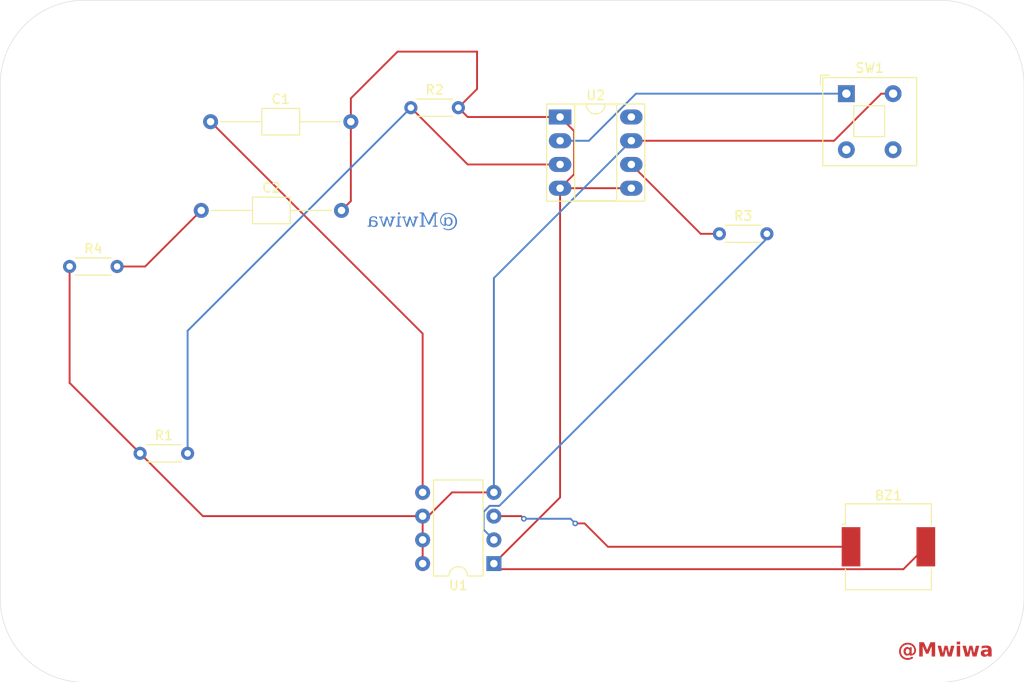
<source format=kicad_pcb>
(kicad_pcb (version 20240108) (generator "pcbnew") (generator_version "8.0")
  (layers (0 "F.Cu" signal) (31 "B.Cu" signal) (34 "B.Paste" user) (35 "F.Paste" user) (36 "B.SilkS" user "B.Silkscreen") (37 "F.SilkS" user "F.Silkscreen") (38 "B.Mask" user) (39 "F.Mask" user) (44 "Edge.Cuts" user))
  (net 0 "")
  (net 1 "Net-(BZ1-+)")
  (net 2 "GND")
  (net 3 "Net-(U1-CV)")
  (net 4 "Net-(C2-Pad1)")
  (net 5 "VCC")
  (net 6 "Net-(U2-+)")
  (net 7 "Net-(U1-TR)")
  (net 8 "Net-(R3-Pad1)")
  (net 9 "Net-(SW1A-A)")
  (footprint "Package_DIP:DIP-8_W7.62mm" (layer "F.Cu") (at 164.8 116.3 180)
    (property "Reference" "U1" (at 3.81 -2.33 360) (layer "F.SilkS"))
    (property "Value" "ICM7555xP")
    (fp_line (start 6.46 8.95) (end 6.46 -1.33) (stroke (width 0.12)) (layer "F.SilkS"))
    (fp_line (start 6.46 -1.33) (end 4.81 -1.33) (stroke (width 0.12)) (layer "F.SilkS"))
    (fp_line (start 2.81 -1.33) (end 1.16 -1.33) (stroke (width 0.12)) (layer "F.SilkS"))
    (fp_line (start 1.16 8.95) (end 6.46 8.95) (stroke (width 0.12)) (layer "F.SilkS"))
    (fp_line (start 1.16 -1.33) (end 1.16 8.95) (stroke (width 0.12)) (layer "F.SilkS"))
    (fp_arc (start 4.81 -1.33) (mid 3.81 -0.33) (end 2.81 -1.33) (stroke (width 0.12)) (layer "F.SilkS"))
    (pad "1" thru_hole rect (at 0 0 180) (size 1.6 1.6) (drill 0.8) (layers "*.Cu" "*.Mask") (net 2 "GND"))
    (pad "2" thru_hole oval (at 0 2.54 180) (size 1.6 1.6) (drill 0.8) (layers "*.Cu" "*.Mask") (net 7 "Net-(U1-TR)"))
    (pad "3" thru_hole oval (at 0 5.08 180) (size 1.6 1.6) (drill 0.8) (layers "*.Cu" "*.Mask") (net 1 "Net-(BZ1-+)"))
    (pad "4" thru_hole oval (at 0 7.62 180) (size 1.6 1.6) (drill 0.8) (layers "*.Cu" "*.Mask") (net 5 "VCC"))
    (pad "5" thru_hole oval (at 7.62 7.62 180) (size 1.6 1.6) (drill 0.8) (layers "*.Cu" "*.Mask") (net 3 "Net-(U1-CV)"))
    (pad "6" thru_hole oval (at 7.62 5.08 180) (size 1.6 1.6) (drill 0.8) (layers "*.Cu" "*.Mask") (net 5 "VCC"))
    (pad "7" thru_hole oval (at 7.62 2.54 180) (size 1.6 1.6) (drill 0.8) (layers "*.Cu" "*.Mask") (net 5 "VCC"))
    (pad "8" thru_hole oval (at 7.62 0 180) (size 1.6 1.6) (drill 0.8) (layers "*.Cu" "*.Mask") (net 5 "VCC"))
  )
  (footprint "Buzzer_Beeper:Buzzer_CUI_CPT-9019S-SMT" (layer "F.Cu") (at 207 114.5)
    (property "Reference" "BZ1" (at 0 -5.5 0) (layer "F.SilkS"))
    (property "Value" "Buzzer")
    (fp_line (start -4.6 -4.6) (end -4.6 -2.4) (stroke (width 0.12)) (layer "F.SilkS"))
    (fp_line (start -4.6 -4.6) (end 4.6 -4.6) (stroke (width 0.12)) (layer "F.SilkS"))
    (fp_line (start -4.6 -2.4) (end -5 -2.4) (stroke (width 0.12)) (layer "F.SilkS"))
    (fp_line (start -4.6 2.4) (end -4.6 4.6) (stroke (width 0.12)) (layer "F.SilkS"))
    (fp_line (start 4.6 -4.6) (end 4.6 -2.4) (stroke (width 0.12)) (layer "F.SilkS"))
    (fp_line (start 4.6 2.4) (end 4.6 4.6) (stroke (width 0.12)) (layer "F.SilkS"))
    (fp_line (start 4.6 4.6) (end -4.6 4.6) (stroke (width 0.12)) (layer "F.SilkS"))
    (pad "1" smd rect (at -4 0) (size 2 4.2) (layers "F.Cu" "F.Paste" "F.Mask") (net 1 "Net-(BZ1-+)"))
    (pad "2" smd rect (at 4 0) (size 2 4.2) (layers "F.Cu" "F.Paste" "F.Mask") (net 2 "GND"))
  )
  (footprint "Resistor_THT:R_Axial_DIN0204_L3.6mm_D1.6mm_P5.08mm_Horizontal" (layer "F.Cu") (at 155.92 67.5)
    (property "Reference" "R2" (at 2.54 -1.92 0) (layer "F.SilkS"))
    (property "Value" "R_US")
    (fp_line (start 0.62 -0.92) (end 4.46 -0.92) (stroke (width 0.12)) (layer "F.SilkS"))
    (fp_line (start 0.62 0.92) (end 4.46 0.92) (stroke (width 0.12)) (layer "F.SilkS"))
    (pad "1" thru_hole circle (at 0 0) (size 1.4 1.4) (drill 0.7) (layers "*.Cu" "*.Mask") (net 6 "Net-(U2-+)"))
    (pad "2" thru_hole oval (at 5.08 0) (size 1.4 1.4) (drill 0.7) (layers "*.Cu" "*.Mask") (net 2 "GND"))
  )
  (footprint "Resistor_THT:R_Axial_DIN0204_L3.6mm_D1.6mm_P5.08mm_Horizontal" (layer "F.Cu") (at 119.42 84.5)
    (property "Reference" "R4" (at 2.54 -1.92 0) (layer "F.SilkS"))
    (property "Value" "R_US")
    (fp_line (start 0.62 -0.92) (end 4.46 -0.92) (stroke (width 0.12)) (layer "F.SilkS"))
    (fp_line (start 0.62 0.92) (end 4.46 0.92) (stroke (width 0.12)) (layer "F.SilkS"))
    (pad "1" thru_hole circle (at 0 0) (size 1.4 1.4) (drill 0.7) (layers "*.Cu" "*.Mask") (net 5 "VCC"))
    (pad "2" thru_hole oval (at 5.08 0) (size 1.4 1.4) (drill 0.7) (layers "*.Cu" "*.Mask") (net 4 "Net-(C2-Pad1)"))
  )
  (footprint "Package_DIP:DIP-8_W7.62mm_Socket_LongPads" (layer "F.Cu") (at 171.88 68.5)
    (property "Reference" "U2" (at 3.81 -2.33 360) (layer "F.SilkS"))
    (property "Value" "LM741")
    (fp_line (start -1.44 -1.39) (end -1.44 9.01) (stroke (width 0.12)) (layer "F.SilkS"))
    (fp_line (start -1.44 9.01) (end 9.06 9.01) (stroke (width 0.12)) (layer "F.SilkS"))
    (fp_line (start 1.56 -1.33) (end 1.56 8.95) (stroke (width 0.12)) (layer "F.SilkS"))
    (fp_line (start 1.56 8.95) (end 6.06 8.95) (stroke (width 0.12)) (layer "F.SilkS"))
    (fp_line (start 2.81 -1.33) (end 1.56 -1.33) (stroke (width 0.12)) (layer "F.SilkS"))
    (fp_line (start 6.06 -1.33) (end 4.81 -1.33) (stroke (width 0.12)) (layer "F.SilkS"))
    (fp_line (start 6.06 8.95) (end 6.06 -1.33) (stroke (width 0.12)) (layer "F.SilkS"))
    (fp_line (start 9.06 -1.39) (end -1.44 -1.39) (stroke (width 0.12)) (layer "F.SilkS"))
    (fp_line (start 9.06 9.01) (end 9.06 -1.39) (stroke (width 0.12)) (layer "F.SilkS"))
    (fp_arc (start 4.81 -1.33) (mid 3.81 -0.33) (end 2.81 -1.33) (stroke (width 0.12)) (layer "F.SilkS"))
    (pad "1" thru_hole rect (at 0 0) (size 2.4 1.6) (drill 0.8) (layers "*.Cu" "*.Mask") (net 2 "GND"))
    (pad "2" thru_hole oval (at 0 2.54) (size 2.4 1.6) (drill 0.8) (layers "*.Cu" "*.Mask") (net 9 "Net-(SW1A-A)"))
    (pad "3" thru_hole oval (at 0 5.08) (size 2.4 1.6) (drill 0.8) (layers "*.Cu" "*.Mask") (net 6 "Net-(U2-+)"))
    (pad "4" thru_hole oval (at 0 7.62) (size 2.4 1.6) (drill 0.8) (layers "*.Cu" "*.Mask") (net 2 "GND"))
    (pad "5" thru_hole oval (at 7.62 7.62) (size 2.4 1.6) (drill 0.8) (layers "*.Cu" "*.Mask") (net 2 "GND"))
    (pad "6" thru_hole oval (at 7.62 5.08) (size 2.4 1.6) (drill 0.8) (layers "*.Cu" "*.Mask") (net 8 "Net-(R3-Pad1)"))
    (pad "7" thru_hole oval (at 7.62 2.54) (size 2.4 1.6) (drill 0.8) (layers "*.Cu" "*.Mask") (net 5 "VCC"))
    (pad "8" thru_hole oval (at 7.62 0) (size 2.4 1.6) (drill 0.8) (layers "*.Cu" "*.Mask"))
  )
  (footprint "Capacitor_THT:C_Axial_L3.8mm_D2.6mm_P15.00mm_Horizontal" (layer "F.Cu") (at 134.5 69)
    (property "Reference" "C1" (at 7.5 -2.42 0) (layer "F.SilkS"))
    (property "Value" "C")
    (fp_line (start 1.04 0) (end 5.48 0) (stroke (width 0.12)) (layer "F.SilkS"))
    (fp_line (start 5.48 -1.42) (end 5.48 1.42) (stroke (width 0.12)) (layer "F.SilkS"))
    (fp_line (start 5.48 1.42) (end 9.52 1.42) (stroke (width 0.12)) (layer "F.SilkS"))
    (fp_line (start 9.52 -1.42) (end 5.48 -1.42) (stroke (width 0.12)) (layer "F.SilkS"))
    (fp_line (start 9.52 1.42) (end 9.52 -1.42) (stroke (width 0.12)) (layer "F.SilkS"))
    (fp_line (start 13.96 0) (end 9.52 0) (stroke (width 0.12)) (layer "F.SilkS"))
    (pad "1" thru_hole circle (at 0 0) (size 1.6 1.6) (drill 0.8) (layers "*.Cu" "*.Mask") (net 3 "Net-(U1-CV)"))
    (pad "2" thru_hole oval (at 15 0) (size 1.6 1.6) (drill 0.8) (layers "*.Cu" "*.Mask") (net 2 "GND"))
  )
  (footprint "Resistor_THT:R_Axial_DIN0204_L3.6mm_D1.6mm_P5.08mm_Horizontal" (layer "F.Cu") (at 188.92 81)
    (property "Reference" "R3" (at 2.54 -1.92 0) (layer "F.SilkS"))
    (property "Value" "R_US")
    (fp_line (start 0.62 -0.92) (end 4.46 -0.92) (stroke (width 0.12)) (layer "F.SilkS"))
    (fp_line (start 0.62 0.92) (end 4.46 0.92) (stroke (width 0.12)) (layer "F.SilkS"))
    (pad "1" thru_hole circle (at 0 0) (size 1.4 1.4) (drill 0.7) (layers "*.Cu" "*.Mask") (net 8 "Net-(R3-Pad1)"))
    (pad "2" thru_hole oval (at 5.08 0) (size 1.4 1.4) (drill 0.7) (layers "*.Cu" "*.Mask") (net 7 "Net-(U1-TR)"))
  )
  (footprint "Button_Switch_THT:SW_Push_2P1T_Toggle_CK_PVA1xxH1xxxxxxV2" (layer "F.Cu") (at 202.5 66)
    (property "Reference" "SW1" (at 2.5 -2.75 0) (layer "F.SilkS"))
    (property "Value" "SW_DPST_x2")
    (fp_line (start -2.77 -0.97) (end -2.77 -1.97) (stroke (width 0.12)) (layer "F.SilkS"))
    (fp_line (start -2.52 7.72) (end -2.52 -1.72) (stroke (width 0.12)) (layer "F.SilkS"))
    (fp_line (start -1.77 -1.97) (end -2.77 -1.97) (stroke (width 0.12)) (layer "F.SilkS"))
    (fp_line (start 0.8 1.3) (end 0.8 4.6) (stroke (width 0.12)) (layer "F.SilkS"))
    (fp_line (start 4.1 1.3) (end 0.8 1.3) (stroke (width 0.12)) (layer "F.SilkS"))
    (fp_line (start 4.1 1.3) (end 4.1 4.6) (stroke (width 0.12)) (layer "F.SilkS"))
    (fp_line (start 4.1 4.6) (end 0.8 4.6) (stroke (width 0.12)) (layer "F.SilkS"))
    (fp_line (start 7.52 -1.72) (end -2.52 -1.72) (stroke (width 0.12)) (layer "F.SilkS"))
    (fp_line (start 7.52 7.72) (end -2.52 7.72) (stroke (width 0.12)) (layer "F.SilkS"))
    (fp_line (start 7.52 7.72) (end 7.52 -1.72) (stroke (width 0.12)) (layer "F.SilkS"))
    (pad "1" thru_hole rect (at 0 0) (size 1.8 1.8) (drill 0.9) (layers "*.Cu" "*.Mask") (net 9 "Net-(SW1A-A)"))
    (pad "2" thru_hole circle (at 5 0) (size 1.8 1.8) (drill 0.9) (layers "*.Cu" "*.Mask") (net 5 "VCC"))
    (pad "3" thru_hole circle (at 0 6) (size 1.8 1.8) (drill 0.9) (layers "*.Cu" "*.Mask"))
    (pad "4" thru_hole circle (at 5 6) (size 1.8 1.8) (drill 0.9) (layers "*.Cu" "*.Mask"))
  )
  (footprint "Capacitor_THT:C_Axial_L3.8mm_D2.6mm_P15.00mm_Horizontal" (layer "F.Cu") (at 133.5 78.5)
    (property "Reference" "C2" (at 7.5 -2.42 0) (layer "F.SilkS"))
    (property "Value" "C")
    (fp_line (start 1.04 0) (end 5.48 0) (stroke (width 0.12)) (layer "F.SilkS"))
    (fp_line (start 5.48 -1.42) (end 5.48 1.42) (stroke (width 0.12)) (layer "F.SilkS"))
    (fp_line (start 5.48 1.42) (end 9.52 1.42) (stroke (width 0.12)) (layer "F.SilkS"))
    (fp_line (start 9.52 -1.42) (end 5.48 -1.42) (stroke (width 0.12)) (layer "F.SilkS"))
    (fp_line (start 9.52 1.42) (end 9.52 -1.42) (stroke (width 0.12)) (layer "F.SilkS"))
    (fp_line (start 13.96 0) (end 9.52 0) (stroke (width 0.12)) (layer "F.SilkS"))
    (pad "1" thru_hole circle (at 0 0) (size 1.6 1.6) (drill 0.8) (layers "*.Cu" "*.Mask") (net 4 "Net-(C2-Pad1)"))
    (pad "2" thru_hole oval (at 15 0) (size 1.6 1.6) (drill 0.8) (layers "*.Cu" "*.Mask") (net 2 "GND"))
  )
  (footprint "Resistor_THT:R_Axial_DIN0204_L3.6mm_D1.6mm_P5.08mm_Horizontal" (layer "F.Cu") (at 126.96 104.5)
    (property "Reference" "R1" (at 2.54 -1.92 0) (layer "F.SilkS"))
    (property "Value" "R_US")
    (fp_line (start 0.62 -0.92) (end 4.46 -0.92) (stroke (width 0.12)) (layer "F.SilkS"))
    (fp_line (start 0.62 0.92) (end 4.46 0.92) (stroke (width 0.12)) (layer "F.SilkS"))
    (pad "1" thru_hole circle (at 0 0) (size 1.4 1.4) (drill 0.7) (layers "*.Cu" "*.Mask") (net 5 "VCC"))
    (pad "2" thru_hole oval (at 5.08 0) (size 1.4 1.4) (drill 0.7) (layers "*.Cu" "*.Mask") (net 6 "Net-(U2-+)"))
  )
  (gr_line (start 121 56) (end 212.5 56) (stroke (width 0.05)) (layer "Edge.Cuts"))
  (gr_line (start 221.5 65) (end 221.5 120) (stroke (width 0.05)) (layer "Edge.Cuts"))
  (gr_arc (start 212.5 56) (mid 218.863961 58.636039) (end 221.5 65) (stroke (width 0.05)) (layer "Edge.Cuts"))
  (gr_arc (start 112 65) (mid 114.636039 58.636039) (end 121 56) (stroke (width 0.05)) (layer "Edge.Cuts"))
  (gr_arc (start 221.5 120) (mid 218.863961 126.363961) (end 212.5 129) (stroke (width 0.05)) (layer "Edge.Cuts"))
  (gr_line (start 112 120) (end 112 65) (stroke (width 0.05)) (layer "Edge.Cuts"))
  (gr_line (start 212.5 129) (end 121 129) (stroke (width 0.05)) (layer "Edge.Cuts"))
  (gr_arc (start 121 129) (mid 114.636039 126.363961) (end 112 120) (stroke (width 0.05)) (layer "Edge.Cuts"))
  (gr_text "@Mwiwa" (at 208 126.5 0) (layer "F.Cu") (effects (font (size 1.5 1.5) (thickness 0.3) (bold yes)) (justify left bottom)))
  (gr_text "@Mwiwa" (at 161 80.5 0) (layer "B.Cu") (effects (font (size 1.5 1.5) (thickness 0.1875) (italic yes)) (justify left bottom mirror)))
  (segment (start 167.72 111.22) (end 168 111.5) (width 0.2) (layer "F.Cu") (net 1))
  (segment (start 174.5 112) (end 177 114.5) (width 0.2) (layer "F.Cu") (net 1))
  (segment (start 173.5 112) (end 174.5 112) (width 0.2) (layer "F.Cu") (net 1))
  (segment (start 164.8 111.22) (end 167.72 111.22) (width 0.2) (layer "F.Cu") (net 1))
  (segment (start 177 114.5) (end 203 114.5) (width 0.2) (layer "F.Cu") (net 1))
  (via (at 168 111.5) (size 0.6) (drill 0.3) (layers "F.Cu" "B.Cu") (net 1))
  (via (at 173.5 112) (size 0.6) (drill 0.3) (layers "F.Cu" "B.Cu") (net 1))
  (segment (start 173 111.5) (end 173.5 112) (width 0.2) (layer "B.Cu") (net 1))
  (segment (start 168 111.5) (end 173 111.5) (width 0.2) (layer "B.Cu") (net 1))
  (segment (start 173.38 70) (end 173.38 74.62) (width 0.2) (layer "F.Cu") (net 2))
  (segment (start 165.4 116.9) (end 208.6 116.9) (width 0.2) (layer "F.Cu") (net 2))
  (segment (start 163 61.5) (end 163 65.5) (width 0.2) (layer "F.Cu") (net 2))
  (segment (start 154.5 61.5) (end 163 61.5) (width 0.2) (layer "F.Cu") (net 2))
  (segment (start 171.88 68.5) (end 173.38 70) (width 0.2) (layer "F.Cu") (net 2))
  (segment (start 171.88 109.22) (end 171.88 76.12) (width 0.2) (layer "F.Cu") (net 2))
  (segment (start 164.8 116.3) (end 165.4 116.9) (width 0.2) (layer "F.Cu") (net 2))
  (segment (start 149.5 66.5) (end 154.5 61.5) (width 0.2) (layer "F.Cu") (net 2))
  (segment (start 163 65.5) (end 161 67.5) (width 0.2) (layer "F.Cu") (net 2))
  (segment (start 149.5 77.5) (end 148.5 78.5) (width 0.2) (layer "F.Cu") (net 2))
  (segment (start 162 68.5) (end 171.88 68.5) (width 0.2) (layer "F.Cu") (net 2))
  (segment (start 149.5 69) (end 149.5 66.5) (width 0.2) (layer "F.Cu") (net 2))
  (segment (start 164.8 116.3) (end 171.88 109.22) (width 0.2) (layer "F.Cu") (net 2))
  (segment (start 208.6 116.9) (end 211 114.5) (width 0.2) (layer "F.Cu") (net 2))
  (segment (start 171.88 76.12) (end 179.5 76.12) (width 0.2) (layer "F.Cu") (net 2))
  (segment (start 149.5 69) (end 149.5 77.5) (width 0.2) (layer "F.Cu") (net 2))
  (segment (start 173.38 74.62) (end 171.88 76.12) (width 0.2) (layer "F.Cu") (net 2))
  (segment (start 161 67.5) (end 162 68.5) (width 0.2) (layer "F.Cu") (net 2))
  (segment (start 157.18 108.68) (end 157.18 91.68) (width 0.2) (layer "F.Cu") (net 3))
  (segment (start 157.18 91.68) (end 134.5 69) (width 0.2) (layer "F.Cu") (net 3))
  (segment (start 127.5 84.5) (end 133.5 78.5) (width 0.2) (layer "F.Cu") (net 4))
  (segment (start 124.5 84.5) (end 127.5 84.5) (width 0.2) (layer "F.Cu") (net 4))
  (segment (start 206.227208 66) (end 201.187208 71.04) (width 0.2) (layer "F.Cu") (net 5))
  (segment (start 157.18 111.22) (end 157.18 113.76) (width 0.2) (layer "F.Cu") (net 5))
  (segment (start 157.18 113.76) (end 157.18 116.3) (width 0.2) (layer "F.Cu") (net 5))
  (segment (start 157.78 111.22) (end 160.32 108.68) (width 0.2) (layer "F.Cu") (net 5))
  (segment (start 119.42 84.5) (end 119.42 96.96) (width 0.2) (layer "F.Cu") (net 5))
  (segment (start 126.96 104.5) (end 133.68 111.22) (width 0.2) (layer "F.Cu") (net 5))
  (segment (start 207.5 66) (end 206.227208 66) (width 0.2) (layer "F.Cu") (net 5))
  (segment (start 119.42 96.96) (end 126.96 104.5) (width 0.2) (layer "F.Cu") (net 5))
  (segment (start 133.68 111.22) (end 157.18 111.22) (width 0.2) (layer "F.Cu") (net 5))
  (segment (start 157.18 111.22) (end 157.78 111.22) (width 0.2) (layer "F.Cu") (net 5))
  (segment (start 160.32 108.68) (end 164.8 108.68) (width 0.2) (layer "F.Cu") (net 5))
  (segment (start 201.187208 71.04) (end 179.5 71.04) (width 0.2) (layer "F.Cu") (net 5))
  (segment (start 164.8 108.68) (end 164.8 85.74) (width 0.2) (layer "B.Cu") (net 5))
  (segment (start 164.8 85.74) (end 179.5 71.04) (width 0.2) (layer "B.Cu") (net 5))
  (segment (start 171.88 73.58) (end 162 73.58) (width 0.2) (layer "F.Cu") (net 6))
  (segment (start 162 73.58) (end 155.92 67.5) (width 0.2) (layer "F.Cu") (net 6))
  (segment (start 132.04 91.38) (end 155.92 67.5) (width 0.2) (layer "B.Cu") (net 6))
  (segment (start 132.04 104.5) (end 132.04 91.38) (width 0.2) (layer "B.Cu") (net 6))
  (segment (start 163.7 112.66) (end 163.7 110.764365) (width 0.2) (layer "B.Cu") (net 7))
  (segment (start 164.8 113.76) (end 163.7 112.66) (width 0.2) (layer "B.Cu") (net 7))
  (segment (start 163.7 110.764365) (end 164.344365 110.12) (width 0.2) (layer "B.Cu") (net 7))
  (segment (start 164.344365 110.12) (end 165.38 110.12) (width 0.2) (layer "B.Cu") (net 7))
  (segment (start 194 81.5) (end 194 81) (width 0.2) (layer "B.Cu") (net 7))
  (segment (start 165.38 110.12) (end 194 81.5) (width 0.2) (layer "B.Cu") (net 7))
  (segment (start 186.92 81) (end 179.5 73.58) (width 0.2) (layer "F.Cu") (net 8))
  (segment (start 188.92 81) (end 186.92 81) (width 0.2) (layer "F.Cu") (net 8))
  (segment (start 202.5 66) (end 180 66) (width 0.2) (layer "B.Cu") (net 9))
  (segment (start 180 66) (end 174.96 71.04) (width 0.2) (layer "B.Cu") (net 9))
  (segment (start 174.96 71.04) (end 171.88 71.04) (width 0.2) (layer "B.Cu") (net 9))
)
</source>
